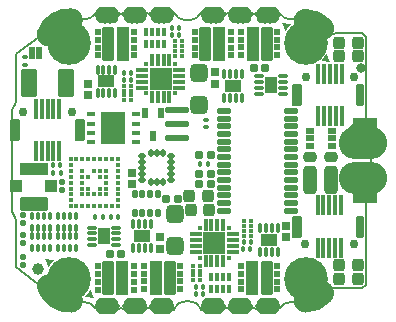
<source format=gbr>
G04 #@! TF.GenerationSoftware,KiCad,Pcbnew,6.0.4-6f826c9f35~116~ubuntu18.04.1*
G04 #@! TF.CreationDate,2022-03-27T23:11:54+02:00*
G04 #@! TF.ProjectId,ultimateFC,756c7469-6d61-4746-9546-432e6b696361,rev?*
G04 #@! TF.SameCoordinates,Original*
G04 #@! TF.FileFunction,Soldermask,Top*
G04 #@! TF.FilePolarity,Negative*
%FSLAX46Y46*%
G04 Gerber Fmt 4.6, Leading zero omitted, Abs format (unit mm)*
G04 Created by KiCad (PCBNEW 6.0.4-6f826c9f35~116~ubuntu18.04.1) date 2022-03-27 23:11:54*
%MOMM*%
%LPD*%
G01*
G04 APERTURE LIST*
G04 Aperture macros list*
%AMRoundRect*
0 Rectangle with rounded corners*
0 $1 Rounding radius*
0 $2 $3 $4 $5 $6 $7 $8 $9 X,Y pos of 4 corners*
0 Add a 4 corners polygon primitive as box body*
4,1,4,$2,$3,$4,$5,$6,$7,$8,$9,$2,$3,0*
0 Add four circle primitives for the rounded corners*
1,1,$1+$1,$2,$3*
1,1,$1+$1,$4,$5*
1,1,$1+$1,$6,$7*
1,1,$1+$1,$8,$9*
0 Add four rect primitives between the rounded corners*
20,1,$1+$1,$2,$3,$4,$5,0*
20,1,$1+$1,$4,$5,$6,$7,0*
20,1,$1+$1,$6,$7,$8,$9,0*
20,1,$1+$1,$8,$9,$2,$3,0*%
%AMFreePoly0*
4,1,13,0.014884,0.386047,0.026047,0.374884,0.346047,-0.185116,0.348943,-0.207894,0.334884,-0.226047,0.320000,-0.230000,-0.320000,-0.230000,-0.341212,-0.221213,-0.350000,-0.200000,-0.346047,-0.185116,-0.026046,0.374884,-0.007894,0.388943,0.014884,0.386047,0.014884,0.386047,$1*%
G04 Aperture macros list end*
%ADD10C,2.000000*%
G04 #@! TA.AperFunction,Profile*
%ADD11C,0.200000*%
G04 #@! TD*
%ADD12RoundRect,0.070000X0.130000X-0.080000X0.130000X0.080000X-0.130000X0.080000X-0.130000X-0.080000X0*%
%ADD13RoundRect,0.070000X-0.130000X0.080000X-0.130000X-0.080000X0.130000X-0.080000X0.130000X0.080000X0*%
%ADD14RoundRect,0.112500X0.062500X-0.287500X0.062500X0.287500X-0.062500X0.287500X-0.062500X-0.287500X0*%
%ADD15RoundRect,0.050000X0.650000X-0.450000X0.650000X0.450000X-0.650000X0.450000X-0.650000X-0.450000X0*%
%ADD16RoundRect,0.050000X-0.225000X0.225000X-0.225000X-0.225000X0.225000X-0.225000X0.225000X0.225000X0*%
%ADD17RoundRect,0.050000X-0.450000X1.380000X-0.450000X-1.380000X0.450000X-1.380000X0.450000X1.380000X0*%
%ADD18RoundRect,0.050000X-0.485000X1.380000X-0.485000X-1.380000X0.485000X-1.380000X0.485000X1.380000X0*%
%ADD19RoundRect,0.197500X0.172500X-0.147500X0.172500X0.147500X-0.172500X0.147500X-0.172500X-0.147500X0*%
%ADD20C,3.700000*%
%ADD21RoundRect,0.300000X0.412500X0.925000X-0.412500X0.925000X-0.412500X-0.925000X0.412500X-0.925000X0*%
%ADD22RoundRect,0.197500X-0.147500X-0.172500X0.147500X-0.172500X0.147500X0.172500X-0.147500X0.172500X0*%
%ADD23RoundRect,0.080000X0.120000X-0.220000X0.120000X0.220000X-0.120000X0.220000X-0.120000X-0.220000X0*%
%ADD24RoundRect,0.300000X-0.425000X0.450000X-0.425000X-0.450000X0.425000X-0.450000X0.425000X0.450000X0*%
%ADD25RoundRect,0.300000X0.425000X-0.450000X0.425000X0.450000X-0.425000X0.450000X-0.425000X-0.450000X0*%
%ADD26RoundRect,0.197500X-0.172500X0.147500X-0.172500X-0.147500X0.172500X-0.147500X0.172500X0.147500X0*%
%ADD27RoundRect,0.197500X0.147500X0.172500X-0.147500X0.172500X-0.147500X-0.172500X0.147500X-0.172500X0*%
%ADD28RoundRect,0.105000X-0.220000X-0.845000X0.220000X-0.845000X0.220000X0.845000X-0.220000X0.845000X0*%
%ADD29RoundRect,0.130000X0.320000X0.820000X-0.320000X0.820000X-0.320000X-0.820000X0.320000X-0.820000X0*%
%ADD30RoundRect,0.080000X-0.120000X-0.770000X0.120000X-0.770000X0.120000X0.770000X-0.120000X0.770000X0*%
%ADD31RoundRect,0.080000X0.120000X0.770000X-0.120000X0.770000X-0.120000X-0.770000X0.120000X-0.770000X0*%
%ADD32RoundRect,0.302500X0.252500X-0.891000X0.252500X0.891000X-0.252500X0.891000X-0.252500X-0.891000X0*%
%ADD33RoundRect,0.240500X0.314500X-0.190500X0.314500X0.190500X-0.314500X0.190500X-0.314500X-0.190500X0*%
%ADD34O,0.500000X0.500000*%
%ADD35O,2.100000X1.400000*%
%ADD36O,4.100000X2.700000*%
%ADD37RoundRect,0.050000X-1.000000X-1.000000X1.000000X-1.000000X1.000000X1.000000X-1.000000X1.000000X0*%
%ADD38O,3.100000X2.100000*%
%ADD39RoundRect,0.050000X0.150000X-0.150000X0.150000X0.150000X-0.150000X0.150000X-0.150000X-0.150000X0*%
%ADD40RoundRect,0.050000X0.150000X-0.450000X0.150000X0.450000X-0.150000X0.450000X-0.150000X-0.450000X0*%
%ADD41RoundRect,0.050000X0.450000X0.150000X-0.450000X0.150000X-0.450000X-0.150000X0.450000X-0.150000X0*%
%ADD42RoundRect,0.050000X0.900000X-0.900000X0.900000X0.900000X-0.900000X0.900000X-0.900000X-0.900000X0*%
%ADD43RoundRect,0.112500X-0.287500X-0.062500X0.287500X-0.062500X0.287500X0.062500X-0.287500X0.062500X0*%
%ADD44RoundRect,0.050000X-0.450000X-0.650000X0.450000X-0.650000X0.450000X0.650000X-0.450000X0.650000X0*%
%ADD45RoundRect,0.112500X-0.062500X0.287500X-0.062500X-0.287500X0.062500X-0.287500X0.062500X0.287500X0*%
%ADD46RoundRect,0.050000X-0.650000X0.450000X-0.650000X-0.450000X0.650000X-0.450000X0.650000X0.450000X0*%
%ADD47RoundRect,0.050000X0.225000X-0.225000X0.225000X0.225000X-0.225000X0.225000X-0.225000X-0.225000X0*%
%ADD48RoundRect,0.050000X0.450000X-1.380000X0.450000X1.380000X-0.450000X1.380000X-0.450000X-1.380000X0*%
%ADD49RoundRect,0.050000X0.485000X-1.380000X0.485000X1.380000X-0.485000X1.380000X-0.485000X-1.380000X0*%
%ADD50RoundRect,0.112500X0.287500X0.062500X-0.287500X0.062500X-0.287500X-0.062500X0.287500X-0.062500X0*%
%ADD51RoundRect,0.050000X0.450000X0.650000X-0.450000X0.650000X-0.450000X-0.650000X0.450000X-0.650000X0*%
%ADD52FreePoly0,50.000000*%
%ADD53FreePoly0,230.000000*%
%ADD54C,0.370000*%
%ADD55RoundRect,0.050000X0.500000X-0.500000X0.500000X0.500000X-0.500000X0.500000X-0.500000X-0.500000X0*%
%ADD56RoundRect,0.050000X1.100000X-0.525000X1.100000X0.525000X-1.100000X0.525000X-1.100000X-0.525000X0*%
%ADD57RoundRect,0.050000X1.100000X-0.500000X1.100000X0.500000X-1.100000X0.500000X-1.100000X-0.500000X0*%
%ADD58RoundRect,0.150000X-0.100000X0.130000X-0.100000X-0.130000X0.100000X-0.130000X0.100000X0.130000X0*%
%ADD59RoundRect,0.050000X0.950000X-0.200000X0.950000X0.200000X-0.950000X0.200000X-0.950000X-0.200000X0*%
%ADD60FreePoly0,235.000000*%
%ADD61RoundRect,0.050000X0.325000X0.200000X-0.325000X0.200000X-0.325000X-0.200000X0.325000X-0.200000X0*%
%ADD62RoundRect,0.137500X0.187500X0.087500X-0.187500X0.087500X-0.187500X-0.087500X0.187500X-0.087500X0*%
%ADD63RoundRect,0.137500X0.087500X0.187500X-0.087500X0.187500X-0.087500X-0.187500X0.087500X-0.187500X0*%
%ADD64RoundRect,0.050000X-0.300000X0.150000X-0.300000X-0.150000X0.300000X-0.150000X0.300000X0.150000X0*%
%ADD65RoundRect,0.050000X-1.000000X-1.300000X1.000000X-1.300000X1.000000X1.300000X-1.000000X1.300000X0*%
%ADD66RoundRect,0.050000X0.550000X0.200000X-0.550000X0.200000X-0.550000X-0.200000X0.550000X-0.200000X0*%
%ADD67RoundRect,0.125000X0.075000X0.125000X-0.075000X0.125000X-0.075000X-0.125000X0.075000X-0.125000X0*%
%ADD68RoundRect,0.268750X0.218750X0.256250X-0.218750X0.256250X-0.218750X-0.256250X0.218750X-0.256250X0*%
%ADD69RoundRect,0.050000X0.175000X-0.250000X0.175000X0.250000X-0.175000X0.250000X-0.175000X-0.250000X0*%
%ADD70RoundRect,0.050000X-0.150000X0.150000X-0.150000X-0.150000X0.150000X-0.150000X0.150000X0.150000X0*%
%ADD71RoundRect,0.050000X-0.150000X0.450000X-0.150000X-0.450000X0.150000X-0.450000X0.150000X0.450000X0*%
%ADD72RoundRect,0.050000X-0.450000X-0.150000X0.450000X-0.150000X0.450000X0.150000X-0.450000X0.150000X0*%
%ADD73RoundRect,0.050000X-0.900000X0.900000X-0.900000X-0.900000X0.900000X-0.900000X0.900000X0.900000X0*%
%ADD74RoundRect,0.130000X-0.320000X-0.820000X0.320000X-0.820000X0.320000X0.820000X-0.320000X0.820000X0*%
%ADD75C,0.750000*%
%ADD76RoundRect,0.150000X0.100000X-0.130000X0.100000X0.130000X-0.100000X0.130000X-0.100000X-0.130000X0*%
%ADD77C,1.000000*%
%ADD78RoundRect,0.268750X-0.218750X-0.256250X0.218750X-0.256250X0.218750X0.256250X-0.218750X0.256250X0*%
%ADD79RoundRect,0.125000X0.125000X-0.075000X0.125000X0.075000X-0.125000X0.075000X-0.125000X-0.075000X0*%
%ADD80RoundRect,0.125000X-0.075000X-0.125000X0.075000X-0.125000X0.075000X0.125000X-0.075000X0.125000X0*%
%ADD81RoundRect,0.125000X-0.125000X0.075000X-0.125000X-0.075000X0.125000X-0.075000X0.125000X0.075000X0*%
%ADD82RoundRect,0.050000X-0.150000X0.250000X-0.150000X-0.250000X0.150000X-0.250000X0.150000X0.250000X0*%
%ADD83RoundRect,0.050000X0.150000X-0.250000X0.150000X0.250000X-0.150000X0.250000X-0.150000X-0.250000X0*%
%ADD84RoundRect,0.050000X0.200000X0.500000X-0.200000X0.500000X-0.200000X-0.500000X0.200000X-0.500000X0*%
%ADD85RoundRect,0.050000X0.225000X0.350000X-0.225000X0.350000X-0.225000X-0.350000X0.225000X-0.350000X0*%
%ADD86C,0.800000*%
%ADD87RoundRect,0.050000X-0.353553X0.000000X0.000000X-0.353553X0.353553X0.000000X0.000000X0.353553X0*%
G04 APERTURE END LIST*
D10*
X192498992Y-83844652D02*
G75*
G03*
X193900000Y-83200000I-292J1845352D01*
G01*
X172631284Y-60101407D02*
G75*
G03*
X170750000Y-61325000I-141884J-1839893D01*
G01*
X193901032Y-60794663D02*
G75*
G03*
X192500000Y-60150000I-1401332J-1200737D01*
G01*
X170760111Y-82614891D02*
G75*
G03*
X172641421Y-83838478I1739389J616291D01*
G01*
D11*
X198000000Y-73000000D02*
X196820000Y-73000000D01*
X196820000Y-74600000D02*
X197020000Y-74600000D01*
X197020000Y-74600000D02*
X197600000Y-74600000D01*
X196020000Y-73800000D02*
G75*
G03*
X196820000Y-74600000I800000J0D01*
G01*
X196820000Y-73000000D02*
G75*
G03*
X196020000Y-73800000I0J-800000D01*
G01*
X180080000Y-59950000D02*
X180570000Y-59949602D01*
X180570000Y-59949600D02*
G75*
G03*
X180820000Y-59699602I0J250000D01*
G01*
X180820000Y-59400000D02*
X181340000Y-59400000D01*
X180820000Y-59400000D02*
X180820000Y-59699602D01*
X179819800Y-59700000D02*
G75*
G03*
X180080000Y-59950000I250200J0D01*
G01*
X196820000Y-69400000D02*
G75*
G03*
X196020000Y-70200000I0J-800000D01*
G01*
X197020000Y-69400000D02*
X197600000Y-69400000D01*
X196820000Y-69400000D02*
X197020000Y-69400000D01*
X182700000Y-60100000D02*
X182300000Y-60100000D01*
X181367432Y-59460994D02*
X181340000Y-59400000D01*
X181367432Y-59460994D02*
G75*
G03*
X182300000Y-60100000I932568J360994D01*
G01*
X179820000Y-59400000D02*
X179470000Y-59400000D01*
X179820000Y-59400000D02*
X179820000Y-59699602D01*
X179170000Y-59560555D02*
G75*
G03*
X179470000Y-59400000I0J360555D01*
G01*
X178260000Y-59949999D02*
G75*
G03*
X178520199Y-59700000I10000J249999D01*
G01*
X178260000Y-59950000D02*
X177780000Y-59950000D01*
X178520001Y-59400000D02*
X178520000Y-59699602D01*
X175960000Y-59949999D02*
G75*
G03*
X176220199Y-59700000I10000J249999D01*
G01*
X176220001Y-59400000D02*
X176220000Y-59699601D01*
X177519800Y-59700000D02*
G75*
G03*
X177780000Y-59950000I250200J0D01*
G01*
X177520000Y-59400000D02*
X177520000Y-59699602D01*
X175220000Y-59400000D02*
X175220000Y-59699602D01*
X175960000Y-59950000D02*
X175480000Y-59950000D01*
X175219800Y-59700000D02*
G75*
G03*
X175480000Y-59950000I250200J0D01*
G01*
X174698768Y-59536778D02*
X174675268Y-59549435D01*
X178520001Y-59400000D02*
X178870000Y-59400000D01*
X178869999Y-59400000D02*
G75*
G03*
X179169999Y-59560556I300001J200000D01*
G01*
X177520000Y-59400000D02*
X177170000Y-59400000D01*
X176870000Y-59560555D02*
G75*
G03*
X177170000Y-59400000I0J360555D01*
G01*
X176220001Y-59400000D02*
X176570000Y-59400000D01*
X176569999Y-59400000D02*
G75*
G03*
X176869999Y-59560556I300001J200000D01*
G01*
X174698768Y-59536778D02*
G75*
G03*
X174870001Y-59400000I-128768J336778D01*
G01*
X175220000Y-59400000D02*
X174870001Y-59400000D01*
X184180000Y-59400000D02*
X183660000Y-59400000D01*
X184920000Y-59949999D02*
G75*
G03*
X185180199Y-59700000I10000J249999D01*
G01*
X184180000Y-59400000D02*
X184180000Y-59699602D01*
X184179999Y-59699602D02*
G75*
G03*
X184430001Y-59949601I250001J2D01*
G01*
X184920000Y-59950000D02*
X184430000Y-59949602D01*
X185180000Y-59400000D02*
X185530000Y-59400000D01*
X185530000Y-59400000D02*
G75*
G03*
X185830000Y-59560555I300000J200000D01*
G01*
X185180000Y-59400000D02*
X185180000Y-59699601D01*
X188779999Y-59400000D02*
X188780000Y-59699601D01*
X186479800Y-59700000D02*
G75*
G03*
X186740000Y-59950000I250200J0D01*
G01*
X187480000Y-59400000D02*
X187480000Y-59699602D01*
X186740000Y-59950000D02*
X187219999Y-59950000D01*
X187219999Y-59949998D02*
G75*
G03*
X187480198Y-59700000I10001J249998D01*
G01*
X186479999Y-59400000D02*
X186480000Y-59699601D01*
X188779800Y-59700000D02*
G75*
G03*
X189040000Y-59950000I250200J0D01*
G01*
X189780000Y-59400000D02*
X189780000Y-59699602D01*
X189040000Y-59950000D02*
X189520000Y-59950000D01*
X186479999Y-59400000D02*
X186130000Y-59400000D01*
X189780000Y-59400000D02*
X190129999Y-59400000D01*
X188130001Y-59560555D02*
G75*
G03*
X188430000Y-59400000I-1J360555D01*
G01*
X189520000Y-59949999D02*
G75*
G03*
X189780199Y-59700000I10000J249999D01*
G01*
X187830000Y-59400000D02*
G75*
G03*
X188130001Y-59560555I300000J200000D01*
G01*
X187480000Y-59400000D02*
X187830000Y-59400000D01*
X190301232Y-59536777D02*
X190324732Y-59549435D01*
X185830002Y-59560555D02*
G75*
G03*
X186130000Y-59400000I-2J360555D01*
G01*
X190129999Y-59400000D02*
G75*
G03*
X190301232Y-59536778I300001J200000D01*
G01*
X188779999Y-59400000D02*
X188430000Y-59400000D01*
X183632567Y-59460994D02*
X183660000Y-59400000D01*
X182700000Y-60100000D02*
G75*
G03*
X183632568Y-59460994I0J1000000D01*
G01*
X180820000Y-84600000D02*
X181340000Y-84600000D01*
X180080000Y-84050001D02*
G75*
G03*
X179819801Y-84300000I-10000J-249999D01*
G01*
X180820000Y-84600000D02*
X180820000Y-84300398D01*
X180820002Y-84300398D02*
G75*
G03*
X180570000Y-84050398I-250002J-2D01*
G01*
X180080000Y-84050000D02*
X180570000Y-84050398D01*
X179820000Y-84600000D02*
X179470000Y-84600000D01*
X179470000Y-84600000D02*
G75*
G03*
X179170000Y-84439445I-300000J-200000D01*
G01*
X179820000Y-84600000D02*
X179820000Y-84300398D01*
X176220001Y-84600000D02*
X176220000Y-84300399D01*
X178520200Y-84300000D02*
G75*
G03*
X178260000Y-84050000I-250200J0D01*
G01*
X177520000Y-84600000D02*
X177520000Y-84300398D01*
X178260000Y-84050000D02*
X177780000Y-84050000D01*
X177780000Y-84050001D02*
G75*
G03*
X177519801Y-84300000I-10000J-249999D01*
G01*
X178520001Y-84600000D02*
X178520000Y-84300398D01*
X176220200Y-84300000D02*
G75*
G03*
X175960000Y-84050000I-250200J0D01*
G01*
X175220000Y-84600000D02*
X175220000Y-84300398D01*
X175960000Y-84050000D02*
X175480000Y-84050000D01*
X178520001Y-84600000D02*
X178870000Y-84600000D01*
X175220000Y-84600000D02*
X174870001Y-84600000D01*
X176869999Y-84439445D02*
G75*
G03*
X176570000Y-84600000I1J-360555D01*
G01*
X175480000Y-84050001D02*
G75*
G03*
X175219801Y-84300000I-10000J-249999D01*
G01*
X177170000Y-84600000D02*
G75*
G03*
X176870000Y-84439445I-300000J-200000D01*
G01*
X177520000Y-84600000D02*
X177170000Y-84600000D01*
X174698768Y-84463222D02*
X174675268Y-84450565D01*
X179169999Y-84439445D02*
G75*
G03*
X178870000Y-84600000I1J-360555D01*
G01*
X174870001Y-84600000D02*
G75*
G03*
X174698768Y-84463222I-300001J-200000D01*
G01*
X176220001Y-84600000D02*
X176570000Y-84600000D01*
X184180000Y-84600000D02*
X184180000Y-84300398D01*
X188779999Y-84600000D02*
X188780000Y-84300399D01*
X187480200Y-84300000D02*
G75*
G03*
X187219999Y-84050000I-250200J0D01*
G01*
X185180000Y-84600000D02*
X185180000Y-84300399D01*
X186740000Y-84050000D02*
X187219999Y-84050000D01*
X186479999Y-84600000D02*
X186480000Y-84300399D01*
X189040000Y-84050001D02*
G75*
G03*
X188779801Y-84300000I-10000J-249999D01*
G01*
X190301232Y-84463222D02*
G75*
G03*
X190129999Y-84600000I128768J-336778D01*
G01*
X186740000Y-84050001D02*
G75*
G03*
X186479801Y-84300000I-10000J-249999D01*
G01*
X189780000Y-84600000D02*
X190129999Y-84600000D01*
X188130001Y-84439445D02*
G75*
G03*
X187830000Y-84600000I-1J-360555D01*
G01*
X185830000Y-84439445D02*
G75*
G03*
X185530000Y-84600000I0J-360555D01*
G01*
X187480000Y-84600000D02*
X187480000Y-84300398D01*
X184430001Y-84050400D02*
G75*
G03*
X184180000Y-84300398I-1J-250000D01*
G01*
X188779999Y-84600000D02*
X188430000Y-84600000D01*
X188430001Y-84600000D02*
G75*
G03*
X188130001Y-84439444I-300001J-200000D01*
G01*
X189780200Y-84300000D02*
G75*
G03*
X189520000Y-84050000I-250200J0D01*
G01*
X184920000Y-84050000D02*
X184430000Y-84050398D01*
X184180000Y-84600000D02*
X183660000Y-84600000D01*
X187480000Y-84600000D02*
X187830000Y-84600000D01*
X186130001Y-84600000D02*
G75*
G03*
X185830002Y-84439444I-300001J-200000D01*
G01*
X183632568Y-84539006D02*
G75*
G03*
X182700000Y-83900000I-932568J-360994D01*
G01*
X185180200Y-84300000D02*
G75*
G03*
X184920000Y-84050000I-250200J0D01*
G01*
X189780000Y-84600000D02*
X189780000Y-84300398D01*
X189040000Y-84050000D02*
X189520000Y-84050000D01*
X186479999Y-84600000D02*
X186130000Y-84600000D01*
X190301232Y-84463223D02*
X190324732Y-84450565D01*
X185180000Y-84600000D02*
X185530000Y-84600000D01*
X183632567Y-84539006D02*
X183660000Y-84600000D01*
X181367432Y-84539006D02*
X181340000Y-84600000D01*
X182300000Y-83900000D02*
G75*
G03*
X181367432Y-84539006I0J-1000000D01*
G01*
X182700000Y-83900000D02*
X182300000Y-83900000D01*
X191250326Y-83968348D02*
G75*
G03*
X190324732Y-84450565I-50626J-1032252D01*
G01*
X195072693Y-82785418D02*
G75*
G03*
X194750000Y-82750000I-323893J-1463282D01*
G01*
X192624881Y-83994654D02*
X191250328Y-83968303D01*
X197600000Y-82500000D02*
X197300000Y-82800000D01*
X193403000Y-83584694D02*
X193469647Y-83471754D01*
X197600000Y-74600000D02*
X197600000Y-82500000D01*
X195150000Y-82800000D02*
X197300000Y-82800000D01*
X195072691Y-82785428D02*
X195150000Y-82800000D01*
X194750000Y-82749942D02*
G75*
G03*
X193469647Y-83471754I1300J-1498758D01*
G01*
X192624881Y-83994657D02*
G75*
G03*
X193403000Y-83584694I-21881J984957D01*
G01*
X171600020Y-83574985D02*
G75*
G03*
X172300790Y-83956406I771280J582585D01*
G01*
X172300002Y-60043627D02*
G75*
G03*
X171600000Y-60425000I71298J-963973D01*
G01*
X168000000Y-63000000D02*
X170250000Y-61250000D01*
X171531783Y-60529123D02*
X171600000Y-60425000D01*
X168000000Y-63000000D02*
X168000000Y-66750000D01*
X167600000Y-67700000D02*
X167600000Y-72150000D01*
X172300790Y-83956406D02*
X173799998Y-83967062D01*
X167706139Y-67555170D02*
G75*
G03*
X168000000Y-66750000I-956139J805170D01*
G01*
X171531783Y-83470877D02*
X171600000Y-83575000D01*
X168000000Y-81000000D02*
X170250000Y-82750000D01*
X174675305Y-84450540D02*
G75*
G03*
X173799998Y-83967062I-875005J-550060D01*
G01*
X172300790Y-60043594D02*
X173799998Y-60032938D01*
X171531783Y-83470877D02*
G75*
G03*
X170250000Y-82750000I-1281783J-779123D01*
G01*
X167600000Y-67700000D02*
X167706139Y-67555170D01*
X170250000Y-61250000D02*
G75*
G03*
X171531783Y-60529123I0J1500000D01*
G01*
X167600000Y-76300001D02*
X167600000Y-72150000D01*
X168000000Y-77250001D02*
G75*
G03*
X167706139Y-76444831I-1250000J1D01*
G01*
X168000000Y-81000000D02*
X168000000Y-77250001D01*
X167600000Y-76300001D02*
X167706139Y-76444831D01*
X173800000Y-60032894D02*
G75*
G03*
X174675268Y-59549437I300J1033494D01*
G01*
X193469697Y-60528216D02*
G75*
G03*
X194750000Y-61250000I1281603J776916D01*
G01*
X193402998Y-60415307D02*
G75*
G03*
X192624881Y-60005346I-799998J-574993D01*
G01*
X192624881Y-60005346D02*
X191250328Y-60031697D01*
X197600000Y-69400000D02*
X197600000Y-61500000D01*
X195150000Y-61200000D02*
X197300000Y-61200000D01*
X195072691Y-61214572D02*
X195150000Y-61200000D01*
X194750000Y-61249990D02*
G75*
G03*
X195072691Y-61214572I-1200J1498690D01*
G01*
X193403000Y-60415306D02*
X193469647Y-60528246D01*
X198000000Y-71000000D02*
X198000000Y-73000000D01*
X190324694Y-59549459D02*
G75*
G03*
X191250328Y-60031697I875006J550059D01*
G01*
X198000000Y-71000000D02*
X196820000Y-71000000D01*
X196020000Y-70200000D02*
G75*
G03*
X196820000Y-71000000I800000J0D01*
G01*
X197600000Y-61500000D02*
X197300000Y-61200000D01*
D10*
X192498992Y-83844652D02*
G75*
G03*
X193900000Y-83200000I-292J1845352D01*
G01*
X172631284Y-60101407D02*
G75*
G03*
X170750000Y-61325000I-141884J-1839893D01*
G01*
X193901032Y-60794663D02*
G75*
G03*
X192500000Y-60150000I-1401332J-1200737D01*
G01*
X170760111Y-82614891D02*
G75*
G03*
X172641421Y-83838478I1739389J616291D01*
G01*
D11*
X198000000Y-73000000D02*
X196820000Y-73000000D01*
X196820000Y-74600000D02*
X197020000Y-74600000D01*
X197020000Y-74600000D02*
X197600000Y-74600000D01*
X196020000Y-73800000D02*
G75*
G03*
X196820000Y-74600000I800000J0D01*
G01*
X196820000Y-73000000D02*
G75*
G03*
X196020000Y-73800000I0J-800000D01*
G01*
X180080000Y-59950000D02*
X180570000Y-59949602D01*
X180570000Y-59949600D02*
G75*
G03*
X180820000Y-59699602I0J250000D01*
G01*
X180820000Y-59400000D02*
X181340000Y-59400000D01*
X180820000Y-59400000D02*
X180820000Y-59699602D01*
X179819800Y-59700000D02*
G75*
G03*
X180080000Y-59950000I250200J0D01*
G01*
X196820000Y-69400000D02*
G75*
G03*
X196020000Y-70200000I0J-800000D01*
G01*
X197020000Y-69400000D02*
X197600000Y-69400000D01*
X196820000Y-69400000D02*
X197020000Y-69400000D01*
X182700000Y-60100000D02*
X182300000Y-60100000D01*
X181367432Y-59460994D02*
X181340000Y-59400000D01*
X181367432Y-59460994D02*
G75*
G03*
X182300000Y-60100000I932568J360994D01*
G01*
X179820000Y-59400000D02*
X179470000Y-59400000D01*
X179820000Y-59400000D02*
X179820000Y-59699602D01*
X179170000Y-59560555D02*
G75*
G03*
X179470000Y-59400000I0J360555D01*
G01*
X178260000Y-59949999D02*
G75*
G03*
X178520199Y-59700000I10000J249999D01*
G01*
X178260000Y-59950000D02*
X177780000Y-59950000D01*
X178520001Y-59400000D02*
X178520000Y-59699602D01*
X175960000Y-59949999D02*
G75*
G03*
X176220199Y-59700000I10000J249999D01*
G01*
X176220001Y-59400000D02*
X176220000Y-59699601D01*
X177519800Y-59700000D02*
G75*
G03*
X177780000Y-59950000I250200J0D01*
G01*
X177520000Y-59400000D02*
X177520000Y-59699602D01*
X175220000Y-59400000D02*
X175220000Y-59699602D01*
X175960000Y-59950000D02*
X175480000Y-59950000D01*
X175219800Y-59700000D02*
G75*
G03*
X175480000Y-59950000I250200J0D01*
G01*
X174698768Y-59536778D02*
X174675268Y-59549435D01*
X178520001Y-59400000D02*
X178870000Y-59400000D01*
X178869999Y-59400000D02*
G75*
G03*
X179169999Y-59560556I300001J200000D01*
G01*
X177520000Y-59400000D02*
X177170000Y-59400000D01*
X176870000Y-59560555D02*
G75*
G03*
X177170000Y-59400000I0J360555D01*
G01*
X176220001Y-59400000D02*
X176570000Y-59400000D01*
X176569999Y-59400000D02*
G75*
G03*
X176869999Y-59560556I300001J200000D01*
G01*
X174698768Y-59536778D02*
G75*
G03*
X174870001Y-59400000I-128768J336778D01*
G01*
X175220000Y-59400000D02*
X174870001Y-59400000D01*
X184180000Y-59400000D02*
X183660000Y-59400000D01*
X184920000Y-59949999D02*
G75*
G03*
X185180199Y-59700000I10000J249999D01*
G01*
X184180000Y-59400000D02*
X184180000Y-59699602D01*
X184179999Y-59699602D02*
G75*
G03*
X184430001Y-59949601I250001J2D01*
G01*
X184920000Y-59950000D02*
X184430000Y-59949602D01*
X185180000Y-59400000D02*
X185530000Y-59400000D01*
X185530000Y-59400000D02*
G75*
G03*
X185830000Y-59560555I300000J200000D01*
G01*
X185180000Y-59400000D02*
X185180000Y-59699601D01*
X188779999Y-59400000D02*
X188780000Y-59699601D01*
X186479800Y-59700000D02*
G75*
G03*
X186740000Y-59950000I250200J0D01*
G01*
X187480000Y-59400000D02*
X187480000Y-59699602D01*
X186740000Y-59950000D02*
X187219999Y-59950000D01*
X187219999Y-59949998D02*
G75*
G03*
X187480198Y-59700000I10001J249998D01*
G01*
X186479999Y-59400000D02*
X186480000Y-59699601D01*
X188779800Y-59700000D02*
G75*
G03*
X189040000Y-59950000I250200J0D01*
G01*
X189780000Y-59400000D02*
X189780000Y-59699602D01*
X189040000Y-59950000D02*
X189520000Y-59950000D01*
X186479999Y-59400000D02*
X186130000Y-59400000D01*
X189780000Y-59400000D02*
X190129999Y-59400000D01*
X188130001Y-59560555D02*
G75*
G03*
X188430000Y-59400000I-1J360555D01*
G01*
X189520000Y-59949999D02*
G75*
G03*
X189780199Y-59700000I10000J249999D01*
G01*
X187830000Y-59400000D02*
G75*
G03*
X188130001Y-59560555I300000J200000D01*
G01*
X187480000Y-59400000D02*
X187830000Y-59400000D01*
X190301232Y-59536777D02*
X190324732Y-59549435D01*
X185830002Y-59560555D02*
G75*
G03*
X186130000Y-59400000I-2J360555D01*
G01*
X190129999Y-59400000D02*
G75*
G03*
X190301232Y-59536778I300001J200000D01*
G01*
X188779999Y-59400000D02*
X188430000Y-59400000D01*
X183632567Y-59460994D02*
X183660000Y-59400000D01*
X182700000Y-60100000D02*
G75*
G03*
X183632568Y-59460994I0J1000000D01*
G01*
X180820000Y-84600000D02*
X181340000Y-84600000D01*
X180080000Y-84050001D02*
G75*
G03*
X179819801Y-84300000I-10000J-249999D01*
G01*
X180820000Y-84600000D02*
X180820000Y-84300398D01*
X180820002Y-84300398D02*
G75*
G03*
X180570000Y-84050398I-250002J-2D01*
G01*
X180080000Y-84050000D02*
X180570000Y-84050398D01*
X179820000Y-84600000D02*
X179470000Y-84600000D01*
X179470000Y-84600000D02*
G75*
G03*
X179170000Y-84439445I-300000J-200000D01*
G01*
X179820000Y-84600000D02*
X179820000Y-84300398D01*
X176220001Y-84600000D02*
X176220000Y-84300399D01*
X178520200Y-84300000D02*
G75*
G03*
X178260000Y-84050000I-250200J0D01*
G01*
X177520000Y-84600000D02*
X177520000Y-84300398D01*
X178260000Y-84050000D02*
X177780000Y-84050000D01*
X177780000Y-84050001D02*
G75*
G03*
X177519801Y-84300000I-10000J-249999D01*
G01*
X178520001Y-84600000D02*
X178520000Y-84300398D01*
X176220200Y-84300000D02*
G75*
G03*
X175960000Y-84050000I-250200J0D01*
G01*
X175220000Y-84600000D02*
X175220000Y-84300398D01*
X175960000Y-84050000D02*
X175480000Y-84050000D01*
X178520001Y-84600000D02*
X178870000Y-84600000D01*
X175220000Y-84600000D02*
X174870001Y-84600000D01*
X176869999Y-84439445D02*
G75*
G03*
X176570000Y-84600000I1J-360555D01*
G01*
X175480000Y-84050001D02*
G75*
G03*
X175219801Y-84300000I-10000J-249999D01*
G01*
X177170000Y-84600000D02*
G75*
G03*
X176870000Y-84439445I-300000J-200000D01*
G01*
X177520000Y-84600000D02*
X177170000Y-84600000D01*
X174698768Y-84463222D02*
X174675268Y-84450565D01*
X179169999Y-84439445D02*
G75*
G03*
X178870000Y-84600000I1J-360555D01*
G01*
X174870001Y-84600000D02*
G75*
G03*
X174698768Y-84463222I-300001J-200000D01*
G01*
X176220001Y-84600000D02*
X176570000Y-84600000D01*
X184180000Y-84600000D02*
X184180000Y-84300398D01*
X188779999Y-84600000D02*
X188780000Y-84300399D01*
X187480200Y-84300000D02*
G75*
G03*
X187219999Y-84050000I-250200J0D01*
G01*
X185180000Y-84600000D02*
X185180000Y-84300399D01*
X186740000Y-84050000D02*
X187219999Y-84050000D01*
X186479999Y-84600000D02*
X186480000Y-84300399D01*
X189040000Y-84050001D02*
G75*
G03*
X188779801Y-84300000I-10000J-249999D01*
G01*
X190301232Y-84463222D02*
G75*
G03*
X190129999Y-84600000I128768J-336778D01*
G01*
X186740000Y-84050001D02*
G75*
G03*
X186479801Y-84300000I-10000J-249999D01*
G01*
X189780000Y-84600000D02*
X190129999Y-84600000D01*
X188130001Y-84439445D02*
G75*
G03*
X187830000Y-84600000I-1J-360555D01*
G01*
X185830000Y-84439445D02*
G75*
G03*
X185530000Y-84600000I0J-360555D01*
G01*
X187480000Y-84600000D02*
X187480000Y-84300398D01*
X184430001Y-84050400D02*
G75*
G03*
X184180000Y-84300398I-1J-250000D01*
G01*
X188779999Y-84600000D02*
X188430000Y-84600000D01*
X188430001Y-84600000D02*
G75*
G03*
X188130001Y-84439444I-300001J-200000D01*
G01*
X189780200Y-84300000D02*
G75*
G03*
X189520000Y-84050000I-250200J0D01*
G01*
X184920000Y-84050000D02*
X184430000Y-84050398D01*
X184180000Y-84600000D02*
X183660000Y-84600000D01*
X187480000Y-84600000D02*
X187830000Y-84600000D01*
X186130001Y-84600000D02*
G75*
G03*
X185830002Y-84439444I-300001J-200000D01*
G01*
X183632568Y-84539006D02*
G75*
G03*
X182700000Y-83900000I-932568J-360994D01*
G01*
X185180200Y-84300000D02*
G75*
G03*
X184920000Y-84050000I-250200J0D01*
G01*
X189780000Y-84600000D02*
X189780000Y-84300398D01*
X189040000Y-84050000D02*
X189520000Y-84050000D01*
X186479999Y-84600000D02*
X186130000Y-84600000D01*
X190301232Y-84463223D02*
X190324732Y-84450565D01*
X185180000Y-84600000D02*
X185530000Y-84600000D01*
X183632567Y-84539006D02*
X183660000Y-84600000D01*
X181367432Y-84539006D02*
X181340000Y-84600000D01*
X182300000Y-83900000D02*
G75*
G03*
X181367432Y-84539006I0J-1000000D01*
G01*
X182700000Y-83900000D02*
X182300000Y-83900000D01*
X191250326Y-83968348D02*
G75*
G03*
X190324732Y-84450565I-50626J-1032252D01*
G01*
X195072693Y-82785418D02*
G75*
G03*
X194750000Y-82750000I-323893J-1463282D01*
G01*
X192624881Y-83994654D02*
X191250328Y-83968303D01*
X197600000Y-82500000D02*
X197300000Y-82800000D01*
X193403000Y-83584694D02*
X193469647Y-83471754D01*
X197600000Y-74600000D02*
X197600000Y-82500000D01*
X195150000Y-82800000D02*
X197300000Y-82800000D01*
X195072691Y-82785428D02*
X195150000Y-82800000D01*
X194750000Y-82749942D02*
G75*
G03*
X193469647Y-83471754I1300J-1498758D01*
G01*
X192624881Y-83994657D02*
G75*
G03*
X193403000Y-83584694I-21881J984957D01*
G01*
X171600020Y-83574985D02*
G75*
G03*
X172300790Y-83956406I771280J582585D01*
G01*
X172300002Y-60043627D02*
G75*
G03*
X171600000Y-60425000I71298J-963973D01*
G01*
X168000000Y-63000000D02*
X170250000Y-61250000D01*
X171531783Y-60529123D02*
X171600000Y-60425000D01*
X168000000Y-63000000D02*
X168000000Y-66750000D01*
X167600000Y-67700000D02*
X167600000Y-72150000D01*
X172300790Y-83956406D02*
X173799998Y-83967062D01*
X167706139Y-67555170D02*
G75*
G03*
X168000000Y-66750000I-956139J805170D01*
G01*
X171531783Y-83470877D02*
X171600000Y-83575000D01*
X168000000Y-81000000D02*
X170250000Y-82750000D01*
X174675305Y-84450540D02*
G75*
G03*
X173799998Y-83967062I-875005J-550060D01*
G01*
X172300790Y-60043594D02*
X173799998Y-60032938D01*
X171531783Y-83470877D02*
G75*
G03*
X170250000Y-82750000I-1281783J-779123D01*
G01*
X167600000Y-67700000D02*
X167706139Y-67555170D01*
X170250000Y-61250000D02*
G75*
G03*
X171531783Y-60529123I0J1500000D01*
G01*
X167600000Y-76300001D02*
X167600000Y-72150000D01*
X168000000Y-77250001D02*
G75*
G03*
X167706139Y-76444831I-1250000J1D01*
G01*
X168000000Y-81000000D02*
X168000000Y-77250001D01*
X167600000Y-76300001D02*
X167706139Y-76444831D01*
X173800000Y-60032894D02*
G75*
G03*
X174675268Y-59549437I300J1033494D01*
G01*
X193469697Y-60528216D02*
G75*
G03*
X194750000Y-61250000I1281603J776916D01*
G01*
X193402998Y-60415307D02*
G75*
G03*
X192624881Y-60005346I-799998J-574993D01*
G01*
X192624881Y-60005346D02*
X191250328Y-60031697D01*
X197600000Y-69400000D02*
X197600000Y-61500000D01*
X195150000Y-61200000D02*
X197300000Y-61200000D01*
X195072691Y-61214572D02*
X195150000Y-61200000D01*
X194750000Y-61249990D02*
G75*
G03*
X195072691Y-61214572I-1200J1498690D01*
G01*
X193403000Y-60415306D02*
X193469647Y-60528246D01*
X198000000Y-71000000D02*
X198000000Y-73000000D01*
X190324694Y-59549459D02*
G75*
G03*
X191250328Y-60031697I875006J550059D01*
G01*
X198000000Y-71000000D02*
X196820000Y-71000000D01*
X196020000Y-70200000D02*
G75*
G03*
X196820000Y-71000000I800000J0D01*
G01*
X197600000Y-61500000D02*
X197300000Y-61200000D01*
D12*
X182070000Y-63100000D03*
X182070000Y-62700000D03*
D13*
X182070000Y-62300000D03*
X182070000Y-61900000D03*
X181470000Y-61900000D03*
X181470000Y-62300000D03*
D12*
X181470000Y-62700000D03*
X181470000Y-63100000D03*
D14*
X174880000Y-66280000D03*
X175380000Y-66280000D03*
X175880000Y-66280000D03*
X176380000Y-66280000D03*
X176380000Y-64280000D03*
X175880000Y-64280000D03*
X175380000Y-64280000D03*
X174880000Y-64280000D03*
D15*
X175630000Y-65280000D03*
D16*
X174920000Y-61110000D03*
D17*
X175796000Y-62085000D03*
D16*
X174920000Y-63060000D03*
X174920000Y-62410000D03*
X174920000Y-61760000D03*
D18*
X177011000Y-62085000D03*
D16*
X177992000Y-62410000D03*
X177992000Y-61760000D03*
X177992000Y-63060000D03*
X177992000Y-61110000D03*
D13*
X177130000Y-65660000D03*
X177130000Y-66060000D03*
D12*
X177130000Y-66460000D03*
X177130000Y-66860000D03*
X177730000Y-66860000D03*
X177730000Y-66460000D03*
D13*
X177730000Y-66060000D03*
X177730000Y-65660000D03*
D19*
X174090000Y-66450000D03*
X174090000Y-65480000D03*
D20*
X172500000Y-82000000D03*
X172500000Y-62000000D03*
D19*
X184860000Y-65490000D03*
X184860000Y-64520000D03*
D21*
X172175000Y-65400000D03*
X169100000Y-65400000D03*
D22*
X188105000Y-64110000D03*
X189075000Y-64110000D03*
D23*
X172050000Y-78400000D03*
X171550000Y-79400000D03*
X173050000Y-78400000D03*
X172550000Y-79400000D03*
X172050000Y-79400000D03*
X172550000Y-78400000D03*
X171550000Y-78400000D03*
X173050000Y-79400000D03*
D24*
X181460000Y-76510000D03*
X181460000Y-79210000D03*
D25*
X183450000Y-67300000D03*
X183450000Y-64600000D03*
D26*
X190840000Y-77525000D03*
X190840000Y-78495000D03*
X180150000Y-78490000D03*
X180150000Y-79460000D03*
D27*
X176895000Y-79870000D03*
X175925000Y-79870000D03*
D28*
X197110000Y-77570000D03*
D29*
X191760000Y-77570000D03*
D30*
X193510000Y-79370000D03*
X194010000Y-79370000D03*
X194510000Y-79370000D03*
X195010000Y-79370000D03*
X195510000Y-79370000D03*
D31*
X195510000Y-75770000D03*
X195010000Y-75770000D03*
X194510000Y-75770000D03*
X194010000Y-75770000D03*
X193510000Y-75770000D03*
D28*
X197100000Y-66425000D03*
D29*
X191800000Y-66425000D03*
D31*
X195550000Y-64625000D03*
X195050000Y-64625000D03*
X194550000Y-64625000D03*
X194050000Y-64625000D03*
X193550000Y-64625000D03*
D30*
X193550000Y-68225000D03*
X194050000Y-68225000D03*
X194550000Y-68225000D03*
X195050000Y-68225000D03*
X195550000Y-68225000D03*
D32*
X192865000Y-73597000D03*
D33*
X192865000Y-71691000D03*
X194635000Y-71691000D03*
D32*
X194635000Y-73596500D03*
D13*
X182930000Y-80900000D03*
X182930000Y-81300000D03*
D12*
X182930000Y-81700000D03*
X182930000Y-82100000D03*
X183530000Y-82100000D03*
X183530000Y-81700000D03*
D13*
X183530000Y-81300000D03*
X183530000Y-80900000D03*
D12*
X187870000Y-78340000D03*
X187870000Y-77940000D03*
D13*
X187870000Y-77540000D03*
X187870000Y-77140000D03*
X187270000Y-77140000D03*
X187270000Y-77540000D03*
D12*
X187270000Y-77940000D03*
X187270000Y-78340000D03*
D34*
X185280000Y-60050000D03*
X184080000Y-60050000D03*
X184880000Y-60150000D03*
X185480000Y-59700000D03*
X183880000Y-59700000D03*
X184480000Y-60150000D03*
D35*
X184680000Y-59700000D03*
D34*
X187780000Y-59700000D03*
X187180000Y-60150000D03*
X186180000Y-59700000D03*
X186380000Y-60050000D03*
X186780000Y-60150000D03*
D35*
X186980000Y-59700000D03*
D34*
X187580000Y-60050000D03*
X188480000Y-59700000D03*
D35*
X189280000Y-59700000D03*
D34*
X190080000Y-59700000D03*
X189080000Y-60150000D03*
X189480000Y-60150000D03*
X189880000Y-60050000D03*
X188680000Y-60050000D03*
D36*
X197350000Y-73500000D03*
D37*
X197550000Y-74600000D03*
D38*
X197350000Y-73800000D03*
D34*
X179520000Y-84300000D03*
X180120000Y-83850000D03*
X179720000Y-83950000D03*
X181120000Y-84300000D03*
D35*
X180320000Y-84300000D03*
D34*
X180520000Y-83850000D03*
X180920000Y-83950000D03*
X177220000Y-84300000D03*
X178620000Y-83950000D03*
X177420000Y-83950000D03*
X177820000Y-83850000D03*
D35*
X178020000Y-84300000D03*
D34*
X178220000Y-83850000D03*
X178820000Y-84300000D03*
D35*
X175720000Y-84300000D03*
D34*
X174920000Y-84300000D03*
X175520000Y-83850000D03*
X176520000Y-84300000D03*
X175920000Y-83850000D03*
X176320000Y-83950000D03*
X175120000Y-83950000D03*
D39*
X183530000Y-80200000D03*
D40*
X184030000Y-80500000D03*
X184530000Y-80500000D03*
X185030000Y-80500000D03*
X185530000Y-80500000D03*
D39*
X186030000Y-80200000D03*
D41*
X186330000Y-79700000D03*
X186330000Y-79200000D03*
X186330000Y-78700000D03*
X186330000Y-78200000D03*
D39*
X186030000Y-77700000D03*
D40*
X185530000Y-77400000D03*
X185030000Y-77400000D03*
X184530000Y-77400000D03*
X184030000Y-77400000D03*
D39*
X183530000Y-77700000D03*
D41*
X183230000Y-78200000D03*
X183230000Y-78700000D03*
X183230000Y-79200000D03*
X183230000Y-79700000D03*
D42*
X184780000Y-78950000D03*
D14*
X185580000Y-66650000D03*
X186080000Y-66650000D03*
X186580000Y-66650000D03*
X187080000Y-66650000D03*
X187080000Y-64650000D03*
X186580000Y-64650000D03*
X186080000Y-64650000D03*
X185580000Y-64650000D03*
D15*
X186330000Y-65650000D03*
D16*
X183110000Y-61130000D03*
X183110000Y-63080000D03*
X183110000Y-61780000D03*
X183110000Y-62430000D03*
D17*
X183986000Y-62105000D03*
D18*
X185201000Y-62105000D03*
D16*
X186182000Y-62430000D03*
X186182000Y-63080000D03*
X186182000Y-61780000D03*
X186182000Y-61130000D03*
D43*
X188560000Y-64850000D03*
X188560000Y-65350000D03*
X188560000Y-65850000D03*
X188560000Y-66350000D03*
X190560000Y-66350000D03*
X190560000Y-65850000D03*
X190560000Y-65350000D03*
X190560000Y-64850000D03*
D44*
X189560000Y-65600000D03*
D45*
X190120000Y-77720000D03*
X189620000Y-77720000D03*
X189120000Y-77720000D03*
X188620000Y-77720000D03*
X188620000Y-79720000D03*
X189120000Y-79720000D03*
X189620000Y-79720000D03*
X190120000Y-79720000D03*
D46*
X189370000Y-78720000D03*
D47*
X190100000Y-63050000D03*
D48*
X189224000Y-62075000D03*
D47*
X190100000Y-61100000D03*
X190100000Y-62400000D03*
X190100000Y-61750000D03*
D49*
X188009000Y-62075000D03*
D47*
X187028000Y-61750000D03*
X187028000Y-61100000D03*
X187028000Y-62400000D03*
X187028000Y-63050000D03*
X190080000Y-82890000D03*
D48*
X189204000Y-81915000D03*
D47*
X190080000Y-81590000D03*
X190080000Y-82240000D03*
X190080000Y-80940000D03*
D49*
X187989000Y-81915000D03*
D47*
X187008000Y-81590000D03*
X187008000Y-80940000D03*
X187008000Y-82240000D03*
X187008000Y-82890000D03*
D45*
X179420000Y-77350000D03*
X178920000Y-77350000D03*
X178420000Y-77350000D03*
X177920000Y-77350000D03*
X177920000Y-79350000D03*
X178420000Y-79350000D03*
X178920000Y-79350000D03*
X179420000Y-79350000D03*
D46*
X178670000Y-78350000D03*
D47*
X181890000Y-82870000D03*
X181890000Y-81570000D03*
D48*
X181014000Y-81895000D03*
D47*
X181890000Y-82220000D03*
X181890000Y-80920000D03*
D49*
X179799000Y-81895000D03*
D47*
X178818000Y-82220000D03*
X178818000Y-81570000D03*
X178818000Y-80920000D03*
X178818000Y-82870000D03*
D50*
X176440000Y-79150000D03*
X176440000Y-78650000D03*
X176440000Y-78150000D03*
X176440000Y-77650000D03*
X174440000Y-77650000D03*
X174440000Y-78150000D03*
X174440000Y-78650000D03*
X174440000Y-79150000D03*
D51*
X175440000Y-78400000D03*
D16*
X174900000Y-80950000D03*
D17*
X175776000Y-81925000D03*
D16*
X174900000Y-82250000D03*
X174900000Y-81600000D03*
X174900000Y-82900000D03*
D18*
X176991000Y-81925000D03*
D16*
X177972000Y-82250000D03*
X177972000Y-82900000D03*
X177972000Y-81600000D03*
X177972000Y-80950000D03*
D52*
X170807660Y-80556428D03*
D53*
X174242340Y-83343572D03*
D54*
X174600000Y-75850000D03*
X172600000Y-75850000D03*
X172600000Y-75350000D03*
X172600000Y-74850000D03*
X172600000Y-74350000D03*
X172600000Y-73850000D03*
X172600000Y-73350000D03*
X172600000Y-72850000D03*
X172600000Y-72350000D03*
X172600000Y-71850000D03*
X173100000Y-75850000D03*
X173100000Y-71850000D03*
X173600000Y-75850000D03*
X173600000Y-74850000D03*
X173600000Y-74350000D03*
X173600000Y-73850000D03*
X173600000Y-73350000D03*
X173600000Y-72850000D03*
X173600000Y-71850000D03*
X174100000Y-75850000D03*
X174100000Y-74850000D03*
X174100000Y-74350000D03*
X174100000Y-73350000D03*
X174100000Y-71850000D03*
X174600000Y-74850000D03*
X174600000Y-72850000D03*
X174600000Y-71850000D03*
X175100000Y-75850000D03*
X175100000Y-74850000D03*
X175100000Y-74350000D03*
X175100000Y-73350000D03*
X175100000Y-72850000D03*
X175100000Y-71850000D03*
X175600000Y-75850000D03*
X175600000Y-74850000D03*
X175600000Y-74350000D03*
X175600000Y-73850000D03*
X175600000Y-73350000D03*
X175600000Y-72850000D03*
X175600000Y-71850000D03*
X176100000Y-75850000D03*
X176100000Y-71850000D03*
X176600000Y-75850000D03*
X176600000Y-75350000D03*
X176600000Y-74850000D03*
X176600000Y-74350000D03*
X176600000Y-73850000D03*
X176600000Y-73350000D03*
X176600000Y-72850000D03*
X176600000Y-72350000D03*
X176600000Y-71850000D03*
D55*
X170975000Y-74175000D03*
X167975000Y-74175000D03*
D56*
X169475000Y-75650000D03*
D57*
X169475000Y-72700000D03*
D58*
X168600000Y-76630000D03*
X168600000Y-77270000D03*
D59*
X181625000Y-70075000D03*
X181625000Y-68875000D03*
X181625000Y-67675000D03*
D23*
X169350000Y-77700000D03*
X170850000Y-76700000D03*
X169850000Y-76700000D03*
X170350000Y-77700000D03*
X170350000Y-76700000D03*
X169350000Y-76700000D03*
X170850000Y-77700000D03*
X169850000Y-77700000D03*
X172550000Y-77700000D03*
X171550000Y-77700000D03*
X173050000Y-76700000D03*
X172050000Y-76700000D03*
X172050000Y-77700000D03*
X173050000Y-77700000D03*
X171550000Y-76700000D03*
X172550000Y-76700000D03*
X169350000Y-79400000D03*
X170350000Y-79400000D03*
X170850000Y-78400000D03*
X169850000Y-78400000D03*
X170850000Y-79400000D03*
X169850000Y-79400000D03*
X169350000Y-78400000D03*
X170350000Y-78400000D03*
D60*
X194241808Y-63344264D03*
D52*
X190800589Y-60549357D03*
D61*
X194750000Y-70750000D03*
X194750000Y-70100000D03*
X194750000Y-69450000D03*
X192850000Y-69450000D03*
X192850000Y-70100000D03*
X192850000Y-70750000D03*
D62*
X181125000Y-73600000D03*
X181125000Y-73100000D03*
X181125000Y-72600000D03*
X181125000Y-72100000D03*
X181125000Y-71600000D03*
D63*
X180400000Y-71375000D03*
X179900000Y-71375000D03*
X179400000Y-71375000D03*
D62*
X178675000Y-71600000D03*
X178675000Y-72100000D03*
X178675000Y-72600000D03*
X178675000Y-73100000D03*
X178675000Y-73600000D03*
D63*
X179400000Y-73825000D03*
X179900000Y-73825000D03*
X180400000Y-73825000D03*
D64*
X174300000Y-68050000D03*
X174300000Y-68850000D03*
X174300000Y-69650000D03*
X174300000Y-70450000D03*
X178100000Y-70450000D03*
X178100000Y-69650000D03*
X178100000Y-68850000D03*
X178100000Y-68050000D03*
D65*
X176200000Y-69250000D03*
D66*
X191250000Y-76225000D03*
X191250000Y-75575000D03*
X191250000Y-74925000D03*
X191250000Y-74275000D03*
X191250000Y-73625000D03*
X191250000Y-72975000D03*
X191250000Y-72325000D03*
X191250000Y-71675000D03*
X191250000Y-71025000D03*
X191250000Y-70375000D03*
X191250000Y-69725000D03*
X191250000Y-69075000D03*
X191250000Y-68425000D03*
X191250000Y-67775000D03*
X185550000Y-67775000D03*
X185550000Y-68425000D03*
X185550000Y-69075000D03*
X185550000Y-69725000D03*
X185550000Y-70375000D03*
X185550000Y-71025000D03*
X185550000Y-71675000D03*
X185550000Y-72325000D03*
X185550000Y-72975000D03*
X185550000Y-73625000D03*
X185550000Y-74275000D03*
X185550000Y-74925000D03*
X185550000Y-75575000D03*
X185550000Y-76225000D03*
D67*
X184200000Y-72300000D03*
X183600000Y-72300000D03*
D68*
X184350000Y-76150000D03*
X182775000Y-76150000D03*
X184200000Y-75000000D03*
X182625000Y-75000000D03*
D27*
X184485000Y-74000000D03*
X183515000Y-74000000D03*
X184485000Y-73100000D03*
X183515000Y-73100000D03*
D19*
X177800000Y-74000000D03*
X177800000Y-73030000D03*
D69*
X178025000Y-74800000D03*
X178675000Y-74800000D03*
X179325000Y-74800000D03*
X179975000Y-74800000D03*
X179975000Y-76400000D03*
X179325000Y-76400000D03*
X178675000Y-76400000D03*
X178025000Y-76400000D03*
D27*
X184485000Y-71550000D03*
X183515000Y-71550000D03*
D22*
X180700000Y-75250000D03*
X181670000Y-75250000D03*
D70*
X181470000Y-63800000D03*
D71*
X180970000Y-63500000D03*
X180470000Y-63500000D03*
X179970000Y-63500000D03*
X179470000Y-63500000D03*
D70*
X178970000Y-63800000D03*
D72*
X178670000Y-64300000D03*
X178670000Y-64800000D03*
X178670000Y-65300000D03*
X178670000Y-65800000D03*
D70*
X178970000Y-66300000D03*
D71*
X179470000Y-66600000D03*
X179970000Y-66600000D03*
X180470000Y-66600000D03*
X180970000Y-66600000D03*
D70*
X181470000Y-66300000D03*
D72*
X181770000Y-65800000D03*
X181770000Y-65300000D03*
X181770000Y-64800000D03*
X181770000Y-64300000D03*
D73*
X180220000Y-65050000D03*
D74*
X173400000Y-69400000D03*
D29*
X167900000Y-69400000D03*
D75*
X168600000Y-67900000D03*
X172700000Y-67900000D03*
D31*
X171650000Y-67600000D03*
X171150000Y-67600000D03*
X170650000Y-67600000D03*
X170150000Y-67600000D03*
X169650000Y-67600000D03*
D30*
X169650000Y-71200000D03*
X170150000Y-71200000D03*
X170650000Y-71200000D03*
X171150000Y-71200000D03*
X171650000Y-71200000D03*
D58*
X168600000Y-80180000D03*
X168600000Y-80820000D03*
X168600000Y-78280000D03*
X168600000Y-78920000D03*
D67*
X171675000Y-72400000D03*
X171075000Y-72400000D03*
D76*
X171900000Y-74440000D03*
X171900000Y-73800000D03*
D77*
X169875000Y-81200000D03*
D68*
X196937500Y-63150000D03*
X195362500Y-63150000D03*
X196937500Y-82000000D03*
X195362500Y-82000000D03*
D78*
X195362500Y-80850000D03*
X196937500Y-80850000D03*
D68*
X196937500Y-62000000D03*
X195362500Y-62000000D03*
D79*
X184050000Y-69150000D03*
X184050000Y-68550000D03*
D80*
X174705000Y-76800000D03*
X175305000Y-76800000D03*
X176020000Y-76800000D03*
X176620000Y-76800000D03*
D67*
X171750000Y-73000000D03*
X171150000Y-73000000D03*
X183850000Y-82650000D03*
X183250000Y-82650000D03*
X183850000Y-83250000D03*
X183250000Y-83250000D03*
X187870000Y-78840000D03*
X187270000Y-78840000D03*
X187820000Y-79440000D03*
X187220000Y-79440000D03*
D80*
X181170000Y-61360000D03*
X181770000Y-61360000D03*
X181170000Y-60760000D03*
X181770000Y-60760000D03*
X177130000Y-65160000D03*
X177730000Y-65160000D03*
X177130000Y-64560000D03*
X177730000Y-64560000D03*
D81*
X168750000Y-63250000D03*
X168750000Y-63850000D03*
D82*
X185980000Y-81870000D03*
X185480000Y-81870000D03*
X184980000Y-81870000D03*
X184480000Y-81870000D03*
X184480000Y-82870000D03*
X184980000Y-82870000D03*
X185480000Y-82870000D03*
X185980000Y-82870000D03*
D83*
X179020000Y-62130000D03*
X179520000Y-62130000D03*
X180020000Y-62130000D03*
X180520000Y-62130000D03*
X180520000Y-61130000D03*
X180020000Y-61130000D03*
X179520000Y-61130000D03*
X179020000Y-61130000D03*
D84*
X169960000Y-62900000D03*
X169360000Y-62900000D03*
D85*
X180225000Y-67925000D03*
X178925000Y-67925000D03*
X179575000Y-69925000D03*
D86*
X197150000Y-64175000D03*
D20*
X192500000Y-82000000D03*
D34*
X174920000Y-59700000D03*
X175920000Y-60150000D03*
X176520000Y-59700000D03*
X175120000Y-60050000D03*
X175520000Y-60150000D03*
X176320000Y-60050000D03*
D35*
X175720000Y-59700000D03*
D34*
X181120000Y-59700000D03*
X179520000Y-59700000D03*
X180920000Y-60050000D03*
X179720000Y-60050000D03*
D35*
X180320000Y-59700000D03*
D34*
X180520000Y-60150000D03*
X180120000Y-60150000D03*
X178620000Y-60050000D03*
X177820000Y-60150000D03*
X177220000Y-59700000D03*
X178820000Y-59700000D03*
X178220000Y-60150000D03*
X177420000Y-60050000D03*
D35*
X178020000Y-59700000D03*
D75*
X196560000Y-79070000D03*
X192460000Y-79070000D03*
X196600000Y-64925000D03*
X192500000Y-64925000D03*
D34*
X184480000Y-83850000D03*
X183880000Y-84300000D03*
X184080000Y-83950000D03*
X185480000Y-84300000D03*
D35*
X184680000Y-84300000D03*
D34*
X184880000Y-83850000D03*
X185280000Y-83950000D03*
X186780000Y-83850000D03*
X186380000Y-83950000D03*
X187180000Y-83850000D03*
X186180000Y-84300000D03*
X187780000Y-84300000D03*
X187580000Y-83950000D03*
D35*
X186980000Y-84300000D03*
D87*
X196550000Y-69300000D03*
X196550000Y-69300000D03*
D36*
X197350000Y-70500000D03*
D38*
X197350000Y-70200000D03*
D37*
X197550000Y-69400000D03*
D35*
X189280000Y-84300000D03*
D34*
X189080000Y-83850000D03*
X188680000Y-83950000D03*
X189880000Y-83950000D03*
X188480000Y-84300000D03*
X189480000Y-83850000D03*
X190080000Y-84300000D03*
D20*
X192500000Y-62000000D03*
M02*

</source>
